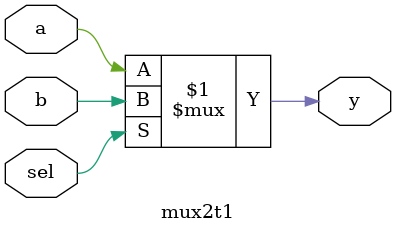
<source format=v>
module top_module (
    input clk,
    input d,
    output q
);
	wire nq, pq;
    
    nedff ndff1 ( clk, d, nq );
    pedff pdff1 ( clk, d, pq );
    mux2t1 mux1 ( nq, pq, clk, q );
endmodule

//-ve edge triggered dff
module nedff (
    input clk,
    input din,
    output out
);
    always @(negedge clk)
        out <= din; 
endmodule

//+ve edge triggered dff
module pedff (
    input clk,
    input din,
    output out
);
    always @(posedge clk)
        out <= din; 
endmodule

//2to1 Mux with clock as selector
module mux2t1 (
    input a,
    input b,
    input sel,
    output y
);
	assign y = sel ? b : a;
endmodule
</source>
